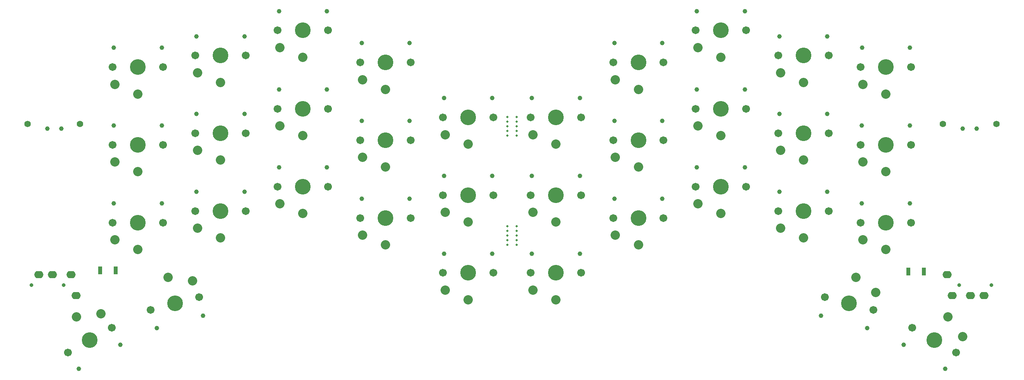
<source format=gbr>
%TF.GenerationSoftware,KiCad,Pcbnew,(6.0.2)*%
%TF.CreationDate,2022-03-10T12:39:36+08:00*%
%TF.ProjectId,sweepv2.1,73776565-7076-4322-9e31-2e6b69636164,rev?*%
%TF.SameCoordinates,Original*%
%TF.FileFunction,Soldermask,Top*%
%TF.FilePolarity,Negative*%
%FSLAX46Y46*%
G04 Gerber Fmt 4.6, Leading zero omitted, Abs format (unit mm)*
G04 Created by KiCad (PCBNEW (6.0.2)) date 2022-03-10 12:39:36*
%MOMM*%
%LPD*%
G01*
G04 APERTURE LIST*
%ADD10C,0.800000*%
%ADD11O,2.000000X1.600000*%
%ADD12C,1.701800*%
%ADD13C,0.990600*%
%ADD14C,3.429000*%
%ADD15C,2.032000*%
%ADD16C,0.500000*%
%ADD17R,0.900000X1.700000*%
%ADD18C,1.397000*%
%ADD19C,1.000000*%
G04 APERTURE END LIST*
D10*
%TO.C,J2*%
X234874000Y-86052000D03*
X227874000Y-86052000D03*
D11*
X230274000Y-88352000D03*
X233274000Y-88352000D03*
X225174000Y-83752000D03*
X226274000Y-88352000D03*
%TD*%
D12*
%TO.C,SW16*%
X181356000Y-64516000D03*
D13*
X181076000Y-60316000D03*
X170636000Y-60316000D03*
D14*
X175856000Y-64516000D03*
D12*
X170356000Y-64516000D03*
D15*
X175856000Y-70416000D03*
X170856000Y-68316000D03*
%TD*%
D13*
%TO.C,SW20*%
X215765347Y-99109307D03*
X224806653Y-104329307D03*
D12*
X227149140Y-100832000D03*
X217622860Y-95332000D03*
D14*
X222386000Y-98082000D03*
D15*
X225336000Y-92972450D03*
X228616127Y-97291103D03*
%TD*%
D12*
%TO.C,SW15*%
X152356000Y-71374000D03*
D14*
X157856000Y-71374000D03*
D13*
X152636000Y-67174000D03*
D12*
X163356000Y-71374000D03*
D13*
X163076000Y-67174000D03*
D15*
X157856000Y-77274000D03*
X152856000Y-75174000D03*
%TD*%
D14*
%TO.C,SW21*%
X203826000Y-90082000D03*
D12*
X198513408Y-88658495D03*
D13*
X207781093Y-95489924D03*
X197696827Y-92787853D03*
D12*
X209138592Y-91505505D03*
D15*
X205353032Y-84383038D03*
X209639142Y-87705577D03*
%TD*%
D13*
%TO.C,SW17*%
X188636000Y-65650000D03*
D14*
X193856000Y-69850000D03*
D13*
X199076000Y-65650000D03*
D12*
X199356000Y-69850000D03*
X188356000Y-69850000D03*
D15*
X193856000Y-75750000D03*
X188856000Y-73650000D03*
%TD*%
D12*
%TO.C,SW18*%
X206336000Y-72390000D03*
D14*
X211836000Y-72390000D03*
D13*
X206616000Y-68190000D03*
D12*
X217336000Y-72390000D03*
D13*
X217056000Y-68190000D03*
D15*
X211836000Y-78290000D03*
X206836000Y-76190000D03*
%TD*%
D12*
%TO.C,SW4*%
X181356000Y-30382000D03*
D13*
X181076000Y-26182000D03*
D12*
X170356000Y-30382000D03*
D13*
X170636000Y-26182000D03*
D14*
X175856000Y-30382000D03*
D15*
X175856000Y-36282000D03*
X170856000Y-34182000D03*
%TD*%
D13*
%TO.C,SW3*%
X163076000Y-33182000D03*
D12*
X163356000Y-37382000D03*
D14*
X157856000Y-37382000D03*
D12*
X152356000Y-37382000D03*
D13*
X152636000Y-33182000D03*
D15*
X157856000Y-43282000D03*
X152856000Y-41182000D03*
%TD*%
D14*
%TO.C,SW9*%
X157856000Y-54356000D03*
D13*
X152636000Y-50156000D03*
X163076000Y-50156000D03*
D12*
X163356000Y-54356000D03*
X152356000Y-54356000D03*
D15*
X157856000Y-60256000D03*
X152856000Y-58156000D03*
%TD*%
D12*
%TO.C,SW14*%
X134356000Y-83382000D03*
X145356000Y-83382000D03*
D13*
X134636000Y-79182000D03*
D14*
X139856000Y-83382000D03*
D13*
X145076000Y-79182000D03*
D15*
X139856000Y-89282000D03*
X134856000Y-87182000D03*
%TD*%
D12*
%TO.C,SW12*%
X206336000Y-55372000D03*
D13*
X217056000Y-51172000D03*
X206616000Y-51172000D03*
D12*
X217336000Y-55372000D03*
D14*
X211836000Y-55372000D03*
D15*
X211836000Y-61272000D03*
X206836000Y-59172000D03*
%TD*%
D12*
%TO.C,SW11*%
X188356000Y-52832000D03*
X199356000Y-52832000D03*
D14*
X193856000Y-52832000D03*
D13*
X188636000Y-48632000D03*
X199076000Y-48632000D03*
D15*
X193856000Y-58732000D03*
X188856000Y-56632000D03*
%TD*%
D12*
%TO.C,SW8*%
X145356000Y-66382000D03*
D13*
X134636000Y-62182000D03*
D12*
X134356000Y-66382000D03*
D13*
X145076000Y-62182000D03*
D14*
X139856000Y-66382000D03*
D15*
X139856000Y-72282000D03*
X134856000Y-70182000D03*
%TD*%
D14*
%TO.C,SW6*%
X211856000Y-38382000D03*
D12*
X206356000Y-38382000D03*
D13*
X217076000Y-34182000D03*
X206636000Y-34182000D03*
D12*
X217356000Y-38382000D03*
D15*
X211856000Y-44282000D03*
X206856000Y-42182000D03*
%TD*%
D12*
%TO.C,SW5*%
X199356000Y-35882000D03*
D13*
X188636000Y-31682000D03*
D12*
X188356000Y-35882000D03*
D14*
X193856000Y-35882000D03*
D13*
X199076000Y-31682000D03*
D15*
X193856000Y-41782000D03*
X188856000Y-39682000D03*
%TD*%
D12*
%TO.C,SW2*%
X134356000Y-49382000D03*
D13*
X145076000Y-45182000D03*
D12*
X145356000Y-49382000D03*
D13*
X134636000Y-45182000D03*
D14*
X139856000Y-49382000D03*
D15*
X139856000Y-55282000D03*
X134856000Y-53182000D03*
%TD*%
D16*
%TO.C,mouse-bite-2mm-slot*%
X129286000Y-53340000D03*
X129286000Y-50292000D03*
X129286000Y-51308000D03*
X131318000Y-50292000D03*
X131318000Y-51308000D03*
X129286000Y-52324000D03*
X131318000Y-52324000D03*
X131318000Y-53340000D03*
X131318000Y-49276000D03*
X129286000Y-49276000D03*
%TD*%
%TO.C,mouse-bite-2mm-slot*%
X131318000Y-77216000D03*
X131318000Y-74168000D03*
X129286000Y-74168000D03*
X129286000Y-77216000D03*
X129286000Y-75184000D03*
X131318000Y-75184000D03*
X131318000Y-76200000D03*
X129286000Y-73152000D03*
X129286000Y-76200000D03*
X131318000Y-73152000D03*
%TD*%
D17*
%TO.C,RSW1*%
X216740000Y-83058000D03*
X220140000Y-83058000D03*
%TD*%
D12*
%TO.C,SW10*%
X181356000Y-47498000D03*
D14*
X175856000Y-47498000D03*
D12*
X170356000Y-47498000D03*
D13*
X181076000Y-43298000D03*
X170636000Y-43298000D03*
D15*
X175856000Y-53398000D03*
X170856000Y-51298000D03*
%TD*%
D18*
%TO.C,Bat+r1*%
X235966000Y-50800000D03*
%TD*%
%TO.C,BatGND1*%
X224282000Y-50800000D03*
%TD*%
D10*
%TO.C,J1*%
X32476000Y-86052000D03*
X25476000Y-86052000D03*
D11*
X30076000Y-83752000D03*
X27076000Y-83752000D03*
X35176000Y-88352000D03*
X34076000Y-83752000D03*
%TD*%
D14*
%TO.C,SW17_r1*%
X48686000Y-72390000D03*
D12*
X54186000Y-72390000D03*
D13*
X53906000Y-68190000D03*
D12*
X43186000Y-72390000D03*
D13*
X43466000Y-68190000D03*
D15*
X48686000Y-78290000D03*
X43686000Y-76190000D03*
%TD*%
D12*
%TO.C,SW11_r1*%
X61200000Y-52832000D03*
D13*
X61480000Y-48632000D03*
D14*
X66700000Y-52832000D03*
D13*
X71920000Y-48632000D03*
D12*
X72200000Y-52832000D03*
D15*
X66700000Y-58732000D03*
X61700000Y-56632000D03*
%TD*%
D14*
%TO.C,SW15_r1*%
X84688000Y-64516000D03*
D13*
X79468000Y-60316000D03*
X89908000Y-60316000D03*
D12*
X90188000Y-64516000D03*
X79188000Y-64516000D03*
D15*
X84688000Y-70416000D03*
X79688000Y-68316000D03*
%TD*%
D12*
%TO.C,SW18_r1*%
X108214000Y-71374000D03*
D13*
X97494000Y-67174000D03*
D12*
X97214000Y-71374000D03*
D14*
X102714000Y-71374000D03*
D13*
X107934000Y-67174000D03*
D15*
X102714000Y-77274000D03*
X97714000Y-75174000D03*
%TD*%
D14*
%TO.C,SW6_r1*%
X48686000Y-38382000D03*
D13*
X53906000Y-34182000D03*
D12*
X54186000Y-38382000D03*
D13*
X43466000Y-34182000D03*
D12*
X43186000Y-38382000D03*
D15*
X48686000Y-44282000D03*
X43686000Y-42182000D03*
%TD*%
D12*
%TO.C,SW5_r1*%
X72200000Y-35882000D03*
D13*
X61480000Y-31682000D03*
D14*
X66700000Y-35882000D03*
D13*
X71920000Y-31682000D03*
D12*
X61200000Y-35882000D03*
D15*
X66700000Y-41782000D03*
X61700000Y-39682000D03*
%TD*%
D12*
%TO.C,SW2_r1*%
X126232000Y-49382000D03*
D13*
X125952000Y-45182000D03*
D12*
X115232000Y-49382000D03*
D14*
X120732000Y-49382000D03*
D13*
X115512000Y-45182000D03*
D15*
X120732000Y-55282000D03*
X115732000Y-53182000D03*
%TD*%
D12*
%TO.C,SW16_r1*%
X72200000Y-69850000D03*
X61200000Y-69850000D03*
D14*
X66700000Y-69850000D03*
D13*
X61480000Y-65650000D03*
X71920000Y-65650000D03*
D15*
X66700000Y-75750000D03*
X61700000Y-73650000D03*
%TD*%
D12*
%TO.C,SW4_r1*%
X79188000Y-30382000D03*
D13*
X89908000Y-26182000D03*
D12*
X90188000Y-30382000D03*
D14*
X84688000Y-30382000D03*
D13*
X79468000Y-26182000D03*
D15*
X84688000Y-36282000D03*
X79688000Y-34182000D03*
%TD*%
D12*
%TO.C,SW13_r1*%
X115232000Y-83382000D03*
D13*
X125952000Y-79182000D03*
D14*
X120732000Y-83382000D03*
D13*
X115512000Y-79182000D03*
D12*
X126232000Y-83382000D03*
D15*
X120732000Y-89282000D03*
X115732000Y-87182000D03*
%TD*%
D12*
%TO.C,SW12_r1*%
X54186000Y-55372000D03*
D13*
X53906000Y-51172000D03*
D12*
X43186000Y-55372000D03*
D14*
X48686000Y-55372000D03*
D13*
X43466000Y-51172000D03*
D15*
X48686000Y-61272000D03*
X43686000Y-59172000D03*
%TD*%
D12*
%TO.C,SW3_r1*%
X97214000Y-37382000D03*
X108214000Y-37382000D03*
D13*
X107934000Y-33182000D03*
X97494000Y-33182000D03*
D14*
X102714000Y-37382000D03*
D15*
X102714000Y-43282000D03*
X97714000Y-41182000D03*
%TD*%
D13*
%TO.C,SW8_r1*%
X107934000Y-50156000D03*
D12*
X108214000Y-54356000D03*
D13*
X97494000Y-50156000D03*
D12*
X97214000Y-54356000D03*
D14*
X102714000Y-54356000D03*
D15*
X102714000Y-60256000D03*
X97714000Y-58156000D03*
%TD*%
D14*
%TO.C,SW21_r1*%
X56778000Y-90082000D03*
D13*
X62907173Y-92787853D03*
D12*
X51465408Y-91505505D03*
D13*
X52822907Y-95489924D03*
D12*
X62090592Y-88658495D03*
D15*
X55250968Y-84383038D03*
X60624117Y-85117387D03*
%TD*%
D12*
%TO.C,SW9_r1*%
X79188000Y-47498000D03*
D14*
X84688000Y-47498000D03*
D13*
X89908000Y-43298000D03*
X79468000Y-43298000D03*
D12*
X90188000Y-47498000D03*
D15*
X84688000Y-53398000D03*
X79688000Y-51298000D03*
%TD*%
D13*
%TO.C,SW20_r1*%
X44838653Y-99109307D03*
D12*
X42981140Y-95332000D03*
D13*
X35797347Y-104329307D03*
D14*
X38218000Y-98082000D03*
D12*
X33454860Y-100832000D03*
D15*
X35268000Y-92972450D03*
X40648127Y-92291103D03*
%TD*%
D13*
%TO.C,SW7_r1*%
X125952000Y-62182000D03*
D14*
X120732000Y-66382000D03*
D12*
X126232000Y-66382000D03*
X115232000Y-66382000D03*
D13*
X115512000Y-62182000D03*
D15*
X120732000Y-72282000D03*
X115732000Y-70182000D03*
%TD*%
D18*
%TO.C,BatGND4*%
X36068000Y-50800000D03*
%TD*%
%TO.C,Bat+1*%
X24638000Y-50800000D03*
%TD*%
D17*
%TO.C,RSW2*%
X40464000Y-82804000D03*
X43864000Y-82804000D03*
%TD*%
D19*
%TO.C,SW_POWERR1*%
X231624000Y-51816000D03*
X228624000Y-51816000D03*
%TD*%
%TO.C,SW_POWER1*%
X28980000Y-51816000D03*
X31980000Y-51816000D03*
%TD*%
M02*

</source>
